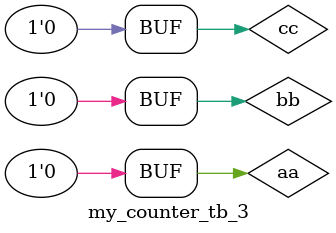
<source format=v>
module my_counter_tb_3 ();
    reg aa=0,bb=0,cc=0;
    wire ww00,ww01;
    my_counter test0(aa,bb,cc,ww00,ww01);
    initial begin
        #100
        aa=0;
        bb=0;
        cc=1;
        #100
        aa=0;
        bb=1;
        cc=0;
        #100
        aa=0;
        bb=1;
        cc=1;
        #100
        aa=1;
        bb=0;
        cc=0;
        #100
        aa=1;
        bb=0;
        cc=1;
        #100
        aa=1;
        bb=1;
        cc=0;
        #100
        aa=1;
        bb=1;
        cc=1;
        #100
        aa=0;
        bb=0;
        cc=0;
    end
endmodule
</source>
